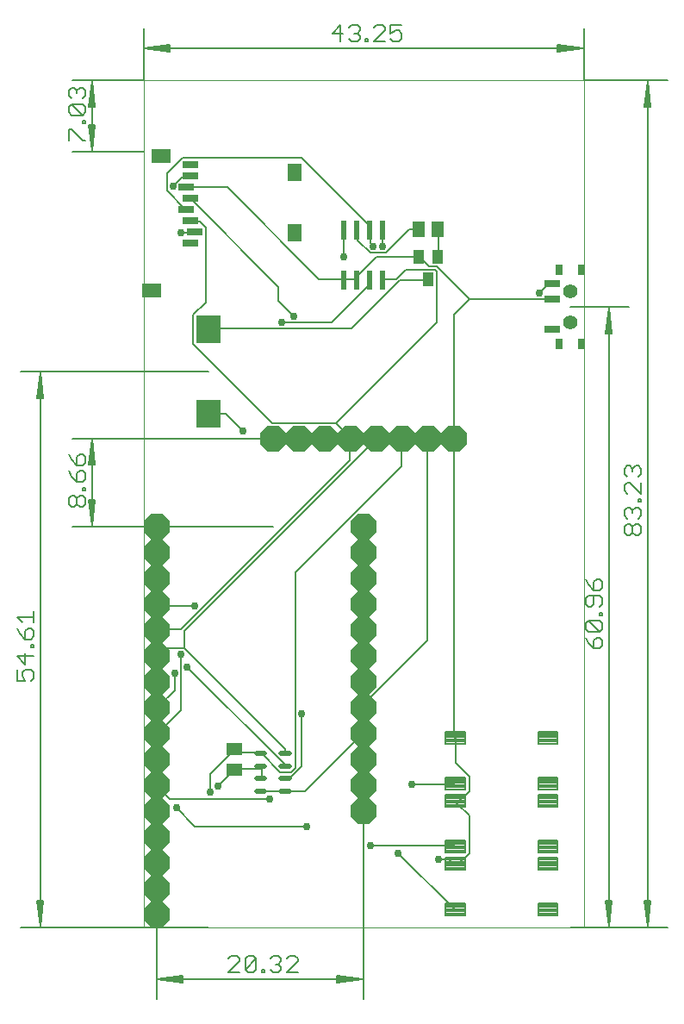
<source format=gtl>
G75*
%MOIN*%
%OFA0B0*%
%FSLAX25Y25*%
%IPPOS*%
%LPD*%
%AMOC8*
5,1,8,0,0,1.08239X$1,22.5*
%
%ADD10C,0.00000*%
%ADD11C,0.00512*%
%ADD12C,0.00600*%
%ADD13R,0.07480X0.05512*%
%ADD14R,0.05512X0.07087*%
%ADD15R,0.05906X0.02756*%
%ADD16R,0.03937X0.05512*%
%ADD17R,0.05118X0.05906*%
%ADD18R,0.02200X0.07800*%
%ADD19C,0.02165*%
%ADD20R,0.06299X0.05118*%
%ADD21R,0.09488X0.10669*%
%ADD22R,0.03150X0.03937*%
%ADD23C,0.05543*%
%ADD24OC8,0.10000*%
%ADD25C,0.00815*%
%ADD26C,0.02978*%
D10*
X0057595Y0123933D02*
X0057595Y0451610D01*
X0227871Y0451610D01*
X0227871Y0123933D01*
X0057595Y0123933D01*
D11*
X0062595Y0096256D02*
X0062595Y0168933D01*
X0082595Y0123933D02*
X0009918Y0123933D01*
X0017595Y0124189D02*
X0018619Y0134169D01*
X0018852Y0134169D02*
X0017595Y0124189D01*
X0016572Y0134169D01*
X0016338Y0134169D02*
X0018852Y0134169D01*
X0018107Y0134169D02*
X0017595Y0124189D01*
X0017083Y0134169D01*
X0016338Y0134169D02*
X0017595Y0124189D01*
X0017595Y0338677D01*
X0018619Y0328697D01*
X0018852Y0328697D02*
X0017595Y0338677D01*
X0016572Y0328697D01*
X0016338Y0328697D02*
X0018852Y0328697D01*
X0018107Y0328697D02*
X0017595Y0338677D01*
X0017083Y0328697D01*
X0016338Y0328697D02*
X0017595Y0338677D01*
X0009918Y0338933D02*
X0082595Y0338933D01*
X0107595Y0313022D02*
X0029918Y0313022D01*
X0037595Y0312766D02*
X0036572Y0302786D01*
X0036338Y0302786D02*
X0038852Y0302786D01*
X0037595Y0312766D01*
X0038619Y0302786D01*
X0038107Y0302786D02*
X0037595Y0312766D01*
X0037083Y0302786D01*
X0036338Y0302786D02*
X0037595Y0312766D01*
X0037595Y0279189D01*
X0038619Y0289169D01*
X0038852Y0289169D02*
X0037595Y0279189D01*
X0036572Y0289169D01*
X0036338Y0289169D02*
X0038852Y0289169D01*
X0038107Y0289169D02*
X0037595Y0279189D01*
X0037083Y0289169D01*
X0036338Y0289169D02*
X0037595Y0279189D01*
X0029918Y0278933D02*
X0107595Y0278933D01*
X0142595Y0168933D02*
X0142595Y0096256D01*
X0142339Y0103933D02*
X0132359Y0102909D01*
X0132359Y0102676D02*
X0142339Y0103933D01*
X0132359Y0104957D01*
X0132359Y0105190D02*
X0132359Y0102676D01*
X0132359Y0103421D02*
X0142339Y0103933D01*
X0132359Y0104445D01*
X0132359Y0105190D02*
X0142339Y0103933D01*
X0062851Y0103933D01*
X0072831Y0102909D01*
X0072831Y0102676D02*
X0062851Y0103933D01*
X0072831Y0104957D01*
X0072831Y0105190D02*
X0072831Y0102676D01*
X0072831Y0103421D02*
X0062851Y0103933D01*
X0072831Y0104445D01*
X0072831Y0105190D02*
X0062851Y0103933D01*
X0222595Y0123933D02*
X0245272Y0123933D01*
X0237595Y0124189D02*
X0238619Y0134169D01*
X0238852Y0134169D02*
X0237595Y0124189D01*
X0236572Y0134169D01*
X0236338Y0134169D02*
X0238852Y0134169D01*
X0238107Y0134169D02*
X0237595Y0124189D01*
X0237083Y0134169D01*
X0236338Y0134169D02*
X0237595Y0124189D01*
X0237595Y0363677D01*
X0238619Y0353697D01*
X0238852Y0353697D02*
X0237595Y0363677D01*
X0236572Y0353697D01*
X0236338Y0353697D02*
X0238852Y0353697D01*
X0238107Y0353697D02*
X0237595Y0363677D01*
X0237083Y0353697D01*
X0236338Y0353697D02*
X0237595Y0363677D01*
X0245272Y0363933D02*
X0222595Y0363933D01*
X0251338Y0441374D02*
X0253852Y0441374D01*
X0252595Y0451354D01*
X0253619Y0441374D01*
X0253107Y0441374D02*
X0252595Y0451354D01*
X0251572Y0441374D01*
X0251338Y0441374D02*
X0252595Y0451354D01*
X0252083Y0441374D01*
X0252595Y0451354D02*
X0252595Y0124189D01*
X0253619Y0134169D01*
X0253852Y0134169D02*
X0251338Y0134169D01*
X0252595Y0124189D01*
X0251572Y0134169D01*
X0252083Y0134169D02*
X0252595Y0124189D01*
X0253107Y0134169D01*
X0253852Y0134169D02*
X0252595Y0124189D01*
X0260272Y0123933D02*
X0227871Y0123933D01*
X0057595Y0423933D02*
X0029918Y0423933D01*
X0037595Y0424189D02*
X0036572Y0434169D01*
X0036338Y0434169D02*
X0038852Y0434169D01*
X0037595Y0424189D01*
X0038619Y0434169D01*
X0038107Y0434169D02*
X0037595Y0424189D01*
X0037083Y0434169D01*
X0036338Y0434169D02*
X0037595Y0424189D01*
X0037595Y0451354D01*
X0038619Y0441374D01*
X0038852Y0441374D02*
X0037595Y0451354D01*
X0036572Y0441374D01*
X0036338Y0441374D02*
X0038852Y0441374D01*
X0038107Y0441374D02*
X0037595Y0451354D01*
X0037083Y0441374D01*
X0036338Y0441374D02*
X0037595Y0451354D01*
X0029918Y0451610D02*
X0057595Y0451610D01*
X0057595Y0471610D01*
X0057851Y0463933D02*
X0067831Y0462909D01*
X0067831Y0462676D02*
X0057851Y0463933D01*
X0067831Y0464957D01*
X0067831Y0465190D02*
X0067831Y0462676D01*
X0067831Y0463421D02*
X0057851Y0463933D01*
X0067831Y0464445D01*
X0067831Y0465190D02*
X0057851Y0463933D01*
X0227615Y0463933D01*
X0217635Y0462909D01*
X0217635Y0462676D02*
X0227615Y0463933D01*
X0217635Y0464957D01*
X0217635Y0465190D02*
X0217635Y0462676D01*
X0217635Y0463421D02*
X0227615Y0463933D01*
X0217635Y0464445D01*
X0217635Y0465190D02*
X0227615Y0463933D01*
X0227871Y0471610D02*
X0227871Y0451610D01*
X0260272Y0451610D01*
D12*
X0215705Y0372791D02*
X0215395Y0372333D01*
X0213595Y0372333D01*
X0210595Y0369333D01*
X0215395Y0366933D02*
X0215705Y0366886D01*
X0215395Y0366933D02*
X0183595Y0366933D01*
X0177595Y0360933D01*
X0177595Y0313022D01*
X0177595Y0197733D01*
X0178135Y0197270D01*
X0178195Y0197133D01*
X0178195Y0187533D01*
X0183595Y0182133D01*
X0183595Y0176733D01*
X0178795Y0171933D01*
X0178135Y0172860D01*
X0178195Y0172533D01*
X0178795Y0171933D01*
X0183595Y0167133D01*
X0183595Y0152733D01*
X0179395Y0148533D01*
X0178195Y0148533D01*
X0178135Y0148451D01*
X0177595Y0148533D01*
X0175795Y0150333D01*
X0171595Y0150333D01*
X0177595Y0155733D02*
X0178135Y0155222D01*
X0177595Y0155733D02*
X0145195Y0155733D01*
X0155995Y0152733D02*
X0177595Y0131133D01*
X0178135Y0130813D01*
X0177595Y0179133D02*
X0161395Y0179133D01*
X0177595Y0179133D02*
X0178135Y0179632D01*
X0142795Y0210333D02*
X0167395Y0234933D01*
X0167395Y0312933D01*
X0167595Y0313022D01*
X0157595Y0313022D02*
X0157195Y0312933D01*
X0157195Y0302133D01*
X0116395Y0261333D01*
X0116395Y0185733D01*
X0114595Y0183933D01*
X0110395Y0183933D01*
X0103195Y0191133D01*
X0102871Y0191315D01*
X0102595Y0191733D01*
X0093595Y0191733D01*
X0092995Y0192333D01*
X0092595Y0192870D01*
X0092395Y0192333D01*
X0083395Y0183333D01*
X0083395Y0176133D01*
X0086395Y0178533D02*
X0092395Y0184533D01*
X0092595Y0184996D01*
X0092995Y0185133D01*
X0103195Y0185133D01*
X0103195Y0181533D01*
X0102871Y0181472D01*
X0103195Y0185133D02*
X0103195Y0186333D01*
X0102871Y0186394D01*
X0103195Y0176733D02*
X0102871Y0176551D01*
X0103195Y0176733D02*
X0112195Y0176733D01*
X0112320Y0176551D01*
X0112795Y0176733D01*
X0119995Y0176733D01*
X0142195Y0198933D01*
X0142595Y0198933D01*
X0142595Y0208933D02*
X0142795Y0209133D01*
X0142795Y0210333D01*
X0118795Y0206733D02*
X0118795Y0186333D01*
X0113995Y0181533D01*
X0112795Y0181533D01*
X0112320Y0181472D01*
X0112320Y0186394D02*
X0112195Y0186933D01*
X0074395Y0224733D01*
X0071995Y0229533D02*
X0071995Y0207933D01*
X0062995Y0198933D01*
X0062595Y0198933D01*
X0062595Y0208933D02*
X0062995Y0209133D01*
X0069595Y0215733D01*
X0069595Y0222333D01*
X0062995Y0228933D02*
X0062595Y0228933D01*
X0062995Y0228933D02*
X0065995Y0231933D01*
X0073195Y0231933D01*
X0073195Y0238533D01*
X0147595Y0312933D01*
X0147595Y0313022D01*
X0137595Y0313022D02*
X0137395Y0312933D01*
X0137395Y0304533D01*
X0071995Y0239133D01*
X0062995Y0239133D01*
X0062595Y0238933D01*
X0063595Y0248133D02*
X0062995Y0248733D01*
X0062595Y0248933D01*
X0063595Y0248133D02*
X0077395Y0248133D01*
X0073195Y0231933D02*
X0112195Y0192933D01*
X0112195Y0191733D01*
X0112320Y0191315D01*
X0106195Y0173733D02*
X0067795Y0173733D01*
X0062595Y0178933D01*
X0070195Y0170133D02*
X0077395Y0162933D01*
X0120595Y0162933D01*
X0116182Y0112900D02*
X0114047Y0112900D01*
X0112979Y0111833D01*
X0110804Y0111833D02*
X0110804Y0110765D01*
X0109736Y0109698D01*
X0110804Y0108630D01*
X0110804Y0107562D01*
X0109736Y0106495D01*
X0107601Y0106495D01*
X0106534Y0107562D01*
X0104379Y0107562D02*
X0104379Y0106495D01*
X0103311Y0106495D01*
X0103311Y0107562D01*
X0104379Y0107562D01*
X0101136Y0107562D02*
X0101136Y0111833D01*
X0096866Y0107562D01*
X0097933Y0106495D01*
X0100068Y0106495D01*
X0101136Y0107562D01*
X0096866Y0107562D02*
X0096866Y0111833D01*
X0097933Y0112900D01*
X0100068Y0112900D01*
X0101136Y0111833D01*
X0106534Y0111833D02*
X0107601Y0112900D01*
X0109736Y0112900D01*
X0110804Y0111833D01*
X0109736Y0109698D02*
X0108669Y0109698D01*
X0112979Y0106495D02*
X0117250Y0110765D01*
X0117250Y0111833D01*
X0116182Y0112900D01*
X0117250Y0106495D02*
X0112979Y0106495D01*
X0094690Y0106495D02*
X0090420Y0106495D01*
X0094690Y0110765D01*
X0094690Y0111833D01*
X0093623Y0112900D01*
X0091488Y0112900D01*
X0090420Y0111833D01*
X0013966Y0219258D02*
X0015033Y0220326D01*
X0015033Y0222461D01*
X0013966Y0223528D01*
X0011831Y0223528D01*
X0010763Y0222461D01*
X0010763Y0221393D01*
X0011831Y0219258D01*
X0008628Y0219258D01*
X0008628Y0223528D01*
X0011831Y0225703D02*
X0011831Y0229974D01*
X0013966Y0232149D02*
X0013966Y0233216D01*
X0015033Y0233216D01*
X0015033Y0232149D01*
X0013966Y0232149D01*
X0013966Y0235372D02*
X0011831Y0235372D01*
X0011831Y0238574D01*
X0012898Y0239642D01*
X0013966Y0239642D01*
X0015033Y0238574D01*
X0015033Y0236439D01*
X0013966Y0235372D01*
X0011831Y0235372D02*
X0009695Y0237507D01*
X0008628Y0239642D01*
X0010763Y0241817D02*
X0008628Y0243952D01*
X0015033Y0243952D01*
X0015033Y0241817D02*
X0015033Y0246087D01*
X0015033Y0228906D02*
X0008628Y0228906D01*
X0011831Y0225703D01*
X0029695Y0286543D02*
X0028628Y0287611D01*
X0028628Y0289746D01*
X0029695Y0290814D01*
X0030763Y0290814D01*
X0031831Y0289746D01*
X0031831Y0287611D01*
X0030763Y0286543D01*
X0029695Y0286543D01*
X0031831Y0287611D02*
X0032898Y0286543D01*
X0033966Y0286543D01*
X0035033Y0287611D01*
X0035033Y0289746D01*
X0033966Y0290814D01*
X0032898Y0290814D01*
X0031831Y0289746D01*
X0033966Y0292989D02*
X0033966Y0294056D01*
X0035033Y0294056D01*
X0035033Y0292989D01*
X0033966Y0292989D01*
X0033966Y0296212D02*
X0035033Y0297279D01*
X0035033Y0299414D01*
X0033966Y0300482D01*
X0032898Y0300482D01*
X0031831Y0299414D01*
X0031831Y0296212D01*
X0033966Y0296212D01*
X0031831Y0296212D02*
X0029695Y0298347D01*
X0028628Y0300482D01*
X0031831Y0302657D02*
X0029695Y0304792D01*
X0028628Y0306927D01*
X0031831Y0305860D02*
X0031831Y0302657D01*
X0033966Y0302657D01*
X0035033Y0303725D01*
X0035033Y0305860D01*
X0033966Y0306927D01*
X0032898Y0306927D01*
X0031831Y0305860D01*
X0076795Y0349533D02*
X0107395Y0318933D01*
X0131995Y0318933D01*
X0170995Y0357933D01*
X0170995Y0377733D01*
X0170395Y0378333D01*
X0158995Y0378333D01*
X0155395Y0374733D01*
X0150595Y0374733D01*
X0150095Y0374233D01*
X0145095Y0374233D02*
X0144595Y0374133D01*
X0144595Y0372333D01*
X0130195Y0357933D01*
X0110995Y0357933D01*
X0115795Y0360333D02*
X0109795Y0366333D01*
X0109795Y0371733D01*
X0075705Y0405823D01*
X0074395Y0410133D02*
X0074131Y0410154D01*
X0074395Y0410133D02*
X0089995Y0410133D01*
X0125395Y0374733D01*
X0134995Y0374733D01*
X0135095Y0374233D01*
X0135595Y0374733D01*
X0139795Y0374733D01*
X0140095Y0374233D01*
X0140395Y0374733D01*
X0140395Y0375933D01*
X0147595Y0383133D01*
X0163795Y0383133D01*
X0163855Y0383264D01*
X0164395Y0383133D01*
X0167995Y0379533D01*
X0170995Y0379533D01*
X0183595Y0366933D01*
X0171335Y0383264D02*
X0171595Y0383733D01*
X0171595Y0393933D01*
X0171335Y0393933D01*
X0163855Y0393933D02*
X0160195Y0393933D01*
X0151195Y0384933D01*
X0145195Y0384933D01*
X0140395Y0389733D01*
X0140395Y0393333D01*
X0140095Y0393633D01*
X0144595Y0393933D02*
X0145095Y0393633D01*
X0145195Y0393333D01*
X0145195Y0388533D01*
X0146395Y0387333D01*
X0144595Y0393933D02*
X0144595Y0395733D01*
X0118795Y0421533D01*
X0072595Y0421533D01*
X0066595Y0415533D01*
X0066595Y0408933D01*
X0073795Y0401733D01*
X0074131Y0401492D01*
X0075705Y0397161D02*
X0076195Y0396933D01*
X0079195Y0396933D01*
X0081595Y0394533D01*
X0081595Y0365733D01*
X0076795Y0360933D01*
X0076795Y0349533D01*
X0082595Y0355272D02*
X0082795Y0355533D01*
X0137995Y0355533D01*
X0156595Y0374133D01*
X0167395Y0374133D01*
X0167595Y0374602D01*
X0149995Y0387333D02*
X0149995Y0393333D01*
X0150095Y0393633D01*
X0135095Y0393633D02*
X0134995Y0393333D01*
X0134995Y0383133D01*
X0131995Y0318933D02*
X0137395Y0313533D01*
X0137595Y0313022D01*
X0095995Y0315933D02*
X0089395Y0322533D01*
X0082795Y0322533D01*
X0082595Y0322594D01*
X0076795Y0392733D02*
X0071995Y0392733D01*
X0076795Y0392733D02*
X0077280Y0392831D01*
X0068995Y0410733D02*
X0072595Y0414333D01*
X0075595Y0414333D01*
X0075705Y0414484D01*
X0035033Y0428338D02*
X0033966Y0428338D01*
X0029695Y0432608D01*
X0028628Y0432608D01*
X0028628Y0428338D01*
X0033966Y0434783D02*
X0033966Y0435851D01*
X0035033Y0435851D01*
X0035033Y0434783D01*
X0033966Y0434783D01*
X0033966Y0438006D02*
X0029695Y0442276D01*
X0033966Y0442276D01*
X0035033Y0441209D01*
X0035033Y0439073D01*
X0033966Y0438006D01*
X0029695Y0438006D01*
X0028628Y0439073D01*
X0028628Y0441209D01*
X0029695Y0442276D01*
X0029695Y0444451D02*
X0028628Y0445519D01*
X0028628Y0447654D01*
X0029695Y0448722D01*
X0030763Y0448722D01*
X0031831Y0447654D01*
X0032898Y0448722D01*
X0033966Y0448722D01*
X0035033Y0447654D01*
X0035033Y0445519D01*
X0033966Y0444451D01*
X0031831Y0446586D02*
X0031831Y0447654D01*
X0130558Y0469698D02*
X0134828Y0469698D01*
X0137003Y0471833D02*
X0138071Y0472900D01*
X0140206Y0472900D01*
X0141274Y0471833D01*
X0141274Y0470765D01*
X0140206Y0469698D01*
X0141274Y0468630D01*
X0141274Y0467562D01*
X0140206Y0466495D01*
X0138071Y0466495D01*
X0137003Y0467562D01*
X0139138Y0469698D02*
X0140206Y0469698D01*
X0143449Y0467562D02*
X0143449Y0466495D01*
X0144516Y0466495D01*
X0144516Y0467562D01*
X0143449Y0467562D01*
X0146672Y0466495D02*
X0150942Y0470765D01*
X0150942Y0471833D01*
X0149874Y0472900D01*
X0147739Y0472900D01*
X0146672Y0471833D01*
X0146672Y0466495D02*
X0150942Y0466495D01*
X0153117Y0467562D02*
X0154185Y0466495D01*
X0156320Y0466495D01*
X0157387Y0467562D01*
X0157387Y0469698D01*
X0156320Y0470765D01*
X0155252Y0470765D01*
X0153117Y0469698D01*
X0153117Y0472900D01*
X0157387Y0472900D01*
X0133761Y0472900D02*
X0130558Y0469698D01*
X0133761Y0466495D02*
X0133761Y0472900D01*
X0244695Y0302426D02*
X0245763Y0302426D01*
X0246831Y0301358D01*
X0247898Y0302426D01*
X0248966Y0302426D01*
X0250033Y0301358D01*
X0250033Y0299223D01*
X0248966Y0298156D01*
X0250033Y0295981D02*
X0250033Y0291710D01*
X0245763Y0295981D01*
X0244695Y0295981D01*
X0243628Y0294913D01*
X0243628Y0292778D01*
X0244695Y0291710D01*
X0244695Y0286312D02*
X0245763Y0286312D01*
X0246831Y0285245D01*
X0247898Y0286312D01*
X0248966Y0286312D01*
X0250033Y0285245D01*
X0250033Y0283110D01*
X0248966Y0282042D01*
X0248966Y0279867D02*
X0247898Y0279867D01*
X0246831Y0278799D01*
X0246831Y0276664D01*
X0245763Y0275597D01*
X0244695Y0275597D01*
X0243628Y0276664D01*
X0243628Y0278799D01*
X0244695Y0279867D01*
X0245763Y0279867D01*
X0246831Y0278799D01*
X0246831Y0276664D02*
X0247898Y0275597D01*
X0248966Y0275597D01*
X0250033Y0276664D01*
X0250033Y0278799D01*
X0248966Y0279867D01*
X0246831Y0284177D02*
X0246831Y0285245D01*
X0244695Y0286312D02*
X0243628Y0285245D01*
X0243628Y0283110D01*
X0244695Y0282042D01*
X0248966Y0288488D02*
X0248966Y0289555D01*
X0250033Y0289555D01*
X0250033Y0288488D01*
X0248966Y0288488D01*
X0244695Y0298156D02*
X0243628Y0299223D01*
X0243628Y0301358D01*
X0244695Y0302426D01*
X0246831Y0301358D02*
X0246831Y0300291D01*
X0233966Y0258587D02*
X0232898Y0258587D01*
X0231831Y0257520D01*
X0231831Y0254317D01*
X0233966Y0254317D01*
X0235033Y0255385D01*
X0235033Y0257520D01*
X0233966Y0258587D01*
X0229695Y0256452D02*
X0231831Y0254317D01*
X0231831Y0252142D02*
X0231831Y0248939D01*
X0230763Y0247872D01*
X0229695Y0247872D01*
X0228628Y0248939D01*
X0228628Y0251074D01*
X0229695Y0252142D01*
X0233966Y0252142D01*
X0235033Y0251074D01*
X0235033Y0248939D01*
X0233966Y0247872D01*
X0233966Y0245716D02*
X0235033Y0245716D01*
X0235033Y0244649D01*
X0233966Y0244649D01*
X0233966Y0245716D01*
X0233966Y0242474D02*
X0235033Y0241406D01*
X0235033Y0239271D01*
X0233966Y0238203D01*
X0229695Y0242474D01*
X0233966Y0242474D01*
X0233966Y0238203D02*
X0229695Y0238203D01*
X0228628Y0239271D01*
X0228628Y0241406D01*
X0229695Y0242474D01*
X0228628Y0236028D02*
X0229695Y0233893D01*
X0231831Y0231758D01*
X0231831Y0234961D01*
X0232898Y0236028D01*
X0233966Y0236028D01*
X0235033Y0234961D01*
X0235033Y0232826D01*
X0233966Y0231758D01*
X0231831Y0231758D01*
X0229695Y0256452D02*
X0228628Y0258587D01*
D13*
X0064288Y0422358D03*
X0060745Y0370390D03*
D14*
X0115863Y0392437D03*
X0115863Y0416059D03*
D15*
X0077280Y0392831D03*
X0075705Y0397161D03*
X0074131Y0401492D03*
X0075705Y0405823D03*
X0074131Y0410154D03*
X0075705Y0414484D03*
X0075705Y0418815D03*
X0075705Y0388500D03*
X0215705Y0372791D03*
X0215705Y0366886D03*
X0215705Y0355075D03*
D16*
X0171335Y0383264D03*
X0167595Y0374602D03*
X0163855Y0383264D03*
D17*
X0163855Y0393933D03*
X0171335Y0393933D03*
D18*
X0150095Y0393633D03*
X0145095Y0393633D03*
X0140095Y0393633D03*
X0135095Y0393633D03*
X0135095Y0374233D03*
X0140095Y0374233D03*
X0145095Y0374233D03*
X0150095Y0374233D03*
D19*
X0113895Y0191315D02*
X0110745Y0191315D01*
X0110745Y0191315D01*
X0113895Y0191315D01*
X0113895Y0191315D01*
X0113895Y0186394D02*
X0110745Y0186394D01*
X0110745Y0186394D01*
X0113895Y0186394D01*
X0113895Y0186394D01*
X0113895Y0181472D02*
X0110745Y0181472D01*
X0110745Y0181472D01*
X0113895Y0181472D01*
X0113895Y0181472D01*
X0113895Y0176551D02*
X0110745Y0176551D01*
X0110745Y0176551D01*
X0113895Y0176551D01*
X0113895Y0176551D01*
X0104446Y0176551D02*
X0101296Y0176551D01*
X0101296Y0176551D01*
X0104446Y0176551D01*
X0104446Y0176551D01*
X0104446Y0181472D02*
X0101296Y0181472D01*
X0101296Y0181472D01*
X0104446Y0181472D01*
X0104446Y0181472D01*
X0104446Y0186394D02*
X0101296Y0186394D01*
X0101296Y0186394D01*
X0104446Y0186394D01*
X0104446Y0186394D01*
X0104446Y0191315D02*
X0101296Y0191315D01*
X0101296Y0191315D01*
X0104446Y0191315D01*
X0104446Y0191315D01*
D20*
X0092595Y0192870D03*
X0092595Y0184996D03*
D21*
X0082595Y0322594D03*
X0082595Y0355272D03*
D22*
X0218264Y0349563D03*
X0226926Y0349563D03*
X0226926Y0378303D03*
X0218264Y0378303D03*
D23*
X0222595Y0369839D03*
X0222595Y0358028D03*
D24*
X0177595Y0313022D03*
X0167595Y0313022D03*
X0157595Y0313022D03*
X0147595Y0313022D03*
X0137595Y0313022D03*
X0127595Y0313022D03*
X0117595Y0313022D03*
X0107595Y0313022D03*
X0142595Y0278933D03*
X0142595Y0268933D03*
X0142595Y0258933D03*
X0142595Y0248933D03*
X0142595Y0238933D03*
X0142595Y0228933D03*
X0142595Y0218933D03*
X0142595Y0208933D03*
X0142595Y0198933D03*
X0142595Y0188933D03*
X0142595Y0178933D03*
X0142595Y0168933D03*
X0062595Y0168933D03*
X0062595Y0158933D03*
X0062595Y0148933D03*
X0062595Y0138933D03*
X0062595Y0128933D03*
X0062595Y0178933D03*
X0062595Y0188933D03*
X0062595Y0198933D03*
X0062595Y0208933D03*
X0062595Y0218933D03*
X0062595Y0228933D03*
X0062595Y0238933D03*
X0062595Y0248933D03*
X0062595Y0258933D03*
X0062595Y0268933D03*
X0062595Y0278933D03*
D25*
X0174408Y0199579D02*
X0181862Y0199579D01*
X0181862Y0194961D01*
X0174408Y0194961D01*
X0174408Y0199579D01*
X0174408Y0195775D02*
X0181862Y0195775D01*
X0181862Y0196589D02*
X0174408Y0196589D01*
X0174408Y0197403D02*
X0181862Y0197403D01*
X0181862Y0198217D02*
X0174408Y0198217D01*
X0174408Y0199031D02*
X0181862Y0199031D01*
X0181862Y0181941D02*
X0174408Y0181941D01*
X0181862Y0181941D02*
X0181862Y0177323D01*
X0174408Y0177323D01*
X0174408Y0181941D01*
X0174408Y0178137D02*
X0181862Y0178137D01*
X0181862Y0178951D02*
X0174408Y0178951D01*
X0174408Y0179765D02*
X0181862Y0179765D01*
X0181862Y0180579D02*
X0174408Y0180579D01*
X0174408Y0181393D02*
X0181862Y0181393D01*
X0181862Y0175169D02*
X0174408Y0175169D01*
X0181862Y0175169D02*
X0181862Y0170551D01*
X0174408Y0170551D01*
X0174408Y0175169D01*
X0174408Y0171365D02*
X0181862Y0171365D01*
X0181862Y0172179D02*
X0174408Y0172179D01*
X0174408Y0172993D02*
X0181862Y0172993D01*
X0181862Y0173807D02*
X0174408Y0173807D01*
X0174408Y0174621D02*
X0181862Y0174621D01*
X0181862Y0157531D02*
X0174408Y0157531D01*
X0181862Y0157531D02*
X0181862Y0152913D01*
X0174408Y0152913D01*
X0174408Y0157531D01*
X0174408Y0153727D02*
X0181862Y0153727D01*
X0181862Y0154541D02*
X0174408Y0154541D01*
X0174408Y0155355D02*
X0181862Y0155355D01*
X0181862Y0156169D02*
X0174408Y0156169D01*
X0174408Y0156983D02*
X0181862Y0156983D01*
X0181862Y0150760D02*
X0174408Y0150760D01*
X0181862Y0150760D02*
X0181862Y0146142D01*
X0174408Y0146142D01*
X0174408Y0150760D01*
X0174408Y0146956D02*
X0181862Y0146956D01*
X0181862Y0147770D02*
X0174408Y0147770D01*
X0174408Y0148584D02*
X0181862Y0148584D01*
X0181862Y0149398D02*
X0174408Y0149398D01*
X0174408Y0150212D02*
X0181862Y0150212D01*
X0181862Y0133122D02*
X0174408Y0133122D01*
X0181862Y0133122D02*
X0181862Y0128504D01*
X0174408Y0128504D01*
X0174408Y0133122D01*
X0174408Y0129318D02*
X0181862Y0129318D01*
X0181862Y0130132D02*
X0174408Y0130132D01*
X0174408Y0130946D02*
X0181862Y0130946D01*
X0181862Y0131760D02*
X0174408Y0131760D01*
X0174408Y0132574D02*
X0181862Y0132574D01*
X0210235Y0133122D02*
X0217689Y0133122D01*
X0217689Y0128504D01*
X0210235Y0128504D01*
X0210235Y0133122D01*
X0210235Y0129318D02*
X0217689Y0129318D01*
X0217689Y0130132D02*
X0210235Y0130132D01*
X0210235Y0130946D02*
X0217689Y0130946D01*
X0217689Y0131760D02*
X0210235Y0131760D01*
X0210235Y0132574D02*
X0217689Y0132574D01*
X0217689Y0150760D02*
X0210235Y0150760D01*
X0217689Y0150760D02*
X0217689Y0146142D01*
X0210235Y0146142D01*
X0210235Y0150760D01*
X0210235Y0146956D02*
X0217689Y0146956D01*
X0217689Y0147770D02*
X0210235Y0147770D01*
X0210235Y0148584D02*
X0217689Y0148584D01*
X0217689Y0149398D02*
X0210235Y0149398D01*
X0210235Y0150212D02*
X0217689Y0150212D01*
X0217689Y0157531D02*
X0210235Y0157531D01*
X0217689Y0157531D02*
X0217689Y0152913D01*
X0210235Y0152913D01*
X0210235Y0157531D01*
X0210235Y0153727D02*
X0217689Y0153727D01*
X0217689Y0154541D02*
X0210235Y0154541D01*
X0210235Y0155355D02*
X0217689Y0155355D01*
X0217689Y0156169D02*
X0210235Y0156169D01*
X0210235Y0156983D02*
X0217689Y0156983D01*
X0217689Y0175169D02*
X0210235Y0175169D01*
X0217689Y0175169D02*
X0217689Y0170551D01*
X0210235Y0170551D01*
X0210235Y0175169D01*
X0210235Y0171365D02*
X0217689Y0171365D01*
X0217689Y0172179D02*
X0210235Y0172179D01*
X0210235Y0172993D02*
X0217689Y0172993D01*
X0217689Y0173807D02*
X0210235Y0173807D01*
X0210235Y0174621D02*
X0217689Y0174621D01*
X0217689Y0181941D02*
X0210235Y0181941D01*
X0217689Y0181941D02*
X0217689Y0177323D01*
X0210235Y0177323D01*
X0210235Y0181941D01*
X0210235Y0178137D02*
X0217689Y0178137D01*
X0217689Y0178951D02*
X0210235Y0178951D01*
X0210235Y0179765D02*
X0217689Y0179765D01*
X0217689Y0180579D02*
X0210235Y0180579D01*
X0210235Y0181393D02*
X0217689Y0181393D01*
X0217689Y0199579D02*
X0210235Y0199579D01*
X0217689Y0199579D02*
X0217689Y0194961D01*
X0210235Y0194961D01*
X0210235Y0199579D01*
X0210235Y0195775D02*
X0217689Y0195775D01*
X0217689Y0196589D02*
X0210235Y0196589D01*
X0210235Y0197403D02*
X0217689Y0197403D01*
X0217689Y0198217D02*
X0210235Y0198217D01*
X0210235Y0199031D02*
X0217689Y0199031D01*
D26*
X0171595Y0150333D03*
X0155995Y0152733D03*
X0145195Y0155733D03*
X0161395Y0179133D03*
X0120595Y0162933D03*
X0106195Y0173733D03*
X0086395Y0178533D03*
X0083395Y0176133D03*
X0070195Y0170133D03*
X0069595Y0222333D03*
X0074395Y0224733D03*
X0071995Y0229533D03*
X0077395Y0248133D03*
X0095995Y0315933D03*
X0110995Y0357933D03*
X0115795Y0360333D03*
X0134995Y0383133D03*
X0146395Y0387333D03*
X0149995Y0387333D03*
X0210595Y0369333D03*
X0118795Y0206733D03*
X0071995Y0392733D03*
X0068995Y0410733D03*
M02*

</source>
